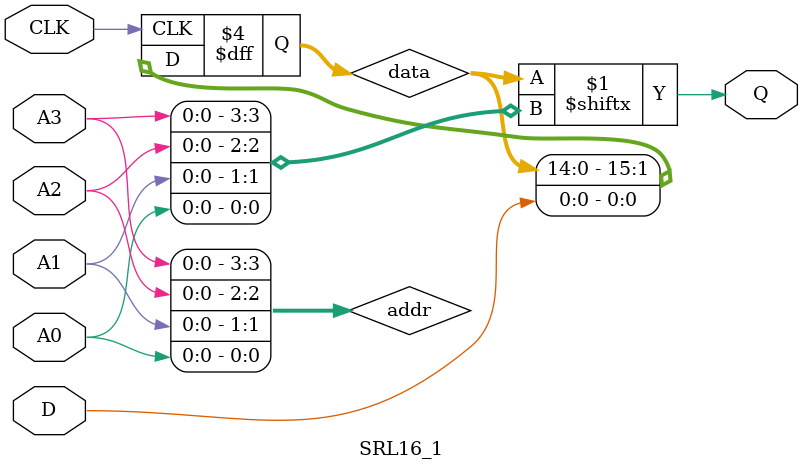
<source format=v>

/*

FUNCTION    : 16 bit Shift Register LUT with Negative_edge Clock
         and Clock Enable

*/

//`celldefine
`timescale  100 ps / 10 ps

module SRL16_1 (Q, A0, A1, A2, A3, CLK, D);

    parameter INIT = 16'h0000;

    output Q;

    input  A0, A1, A2, A3, CLK, D;

    reg  [5:0]  count;
    reg  [15:0] data;
    wire [3:0]  addr;
    wire    clk_;
    wire    q_int;

    buf b_a3 (addr[3], A3);
    buf b_a2 (addr[2], A2);
    buf b_a1 (addr[1], A1);
    buf b_a0 (addr[0], A0);

    assign Q = data[addr];

    not i_c (clk_, CLK);

// synopsys translate_off
    initial begin
    for (count = 0; count < 16; count = count + 1)
        data[count] <= INIT[count];
    end
// synopsys translate_on

    always @(posedge clk_) begin
    {data[15:0]} <= {data[14:0], D};
    end

endmodule

</source>
